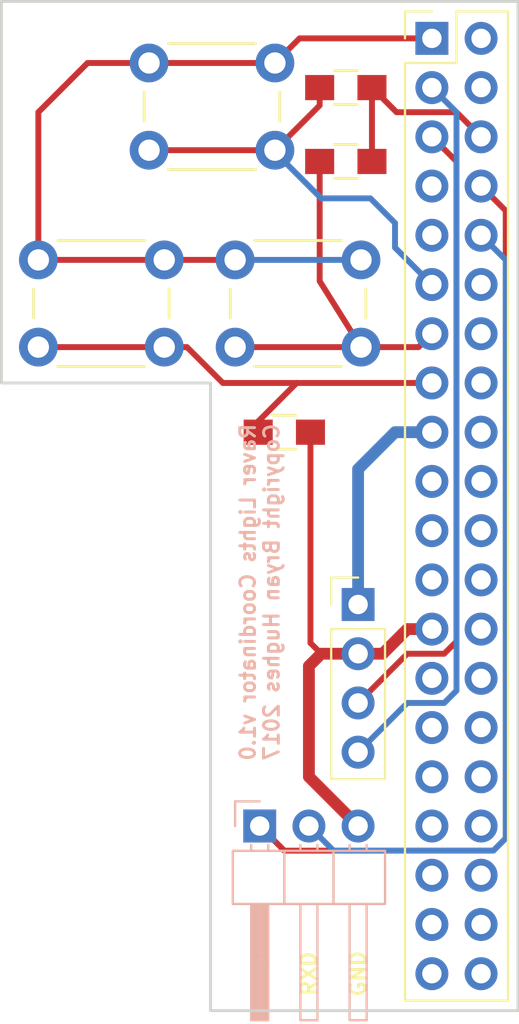
<source format=kicad_pcb>
(kicad_pcb (version 4) (host pcbnew 4.0.2-stable)

  (general
    (links 25)
    (no_connects 0)
    (area 181.509999 77.369999 217.126925 143.610001)
    (thickness 1.6)
    (drawings 21)
    (tracks 70)
    (zones 0)
    (modules 9)
    (nets 12)
  )

  (page A4)
  (layers
    (0 F.Cu signal)
    (31 B.Cu signal)
    (32 B.Adhes user)
    (33 F.Adhes user)
    (34 B.Paste user)
    (35 F.Paste user)
    (36 B.SilkS user)
    (37 F.SilkS user)
    (38 B.Mask user)
    (39 F.Mask user)
    (40 Dwgs.User user hide)
    (41 Cmts.User user)
    (42 Eco1.User user)
    (43 Eco2.User user)
    (44 Edge.Cuts user)
    (45 Margin user)
    (46 B.CrtYd user)
    (47 F.CrtYd user)
    (48 B.Fab user)
    (49 F.Fab user)
  )

  (setup
    (last_trace_width 0.6096)
    (user_trace_width 0.1524)
    (user_trace_width 0.3048)
    (user_trace_width 0.6096)
    (user_trace_width 1.2192)
    (trace_clearance 0.1524)
    (zone_clearance 0.508)
    (zone_45_only no)
    (trace_min 0.1524)
    (segment_width 0.2)
    (edge_width 0.15)
    (via_size 0.6858)
    (via_drill 0.3302)
    (via_min_size 0.6858)
    (via_min_drill 0.3302)
    (uvia_size 0.762)
    (uvia_drill 0.508)
    (uvias_allowed no)
    (uvia_min_size 0)
    (uvia_min_drill 0)
    (pcb_text_width 0.3)
    (pcb_text_size 1.5 1.5)
    (mod_edge_width 0.15)
    (mod_text_size 1 1)
    (mod_text_width 0.15)
    (pad_size 1.524 1.524)
    (pad_drill 0.762)
    (pad_to_mask_clearance 0.2)
    (aux_axis_origin 0 0)
    (visible_elements FFFFFF7F)
    (pcbplotparams
      (layerselection 0x00030_80000001)
      (usegerberextensions false)
      (excludeedgelayer true)
      (linewidth 0.100000)
      (plotframeref false)
      (viasonmask false)
      (mode 1)
      (useauxorigin false)
      (hpglpennumber 1)
      (hpglpenspeed 20)
      (hpglpendiameter 15)
      (hpglpenoverlay 2)
      (psnegative false)
      (psa4output false)
      (plotreference true)
      (plotvalue true)
      (plotinvisibletext false)
      (padsonsilk false)
      (subtractmaskfromsilk false)
      (outputformat 1)
      (mirror false)
      (drillshape 1)
      (scaleselection 1)
      (outputdirectory ""))
  )

  (net 0 "")
  (net 1 "Net-(P1-Pad1)")
  (net 2 "Net-(P1-Pad2)")
  (net 3 "Net-(P1-Pad3)")
  (net 4 "Net-(P1-Pad4)")
  (net 5 "Net-(P2-Pad1)")
  (net 6 "Net-(P2-Pad2)")
  (net 7 "Net-(P3-Pad11)")
  (net 8 "Net-(P3-Pad13)")
  (net 9 "Net-(P3-Pad15)")
  (net 10 "Net-(P3-Pad1)")
  (net 11 "Net-(P3-Pad6)")

  (net_class Default "This is the default net class."
    (clearance 0.1524)
    (trace_width 0.1524)
    (via_dia 0.6858)
    (via_drill 0.3302)
    (uvia_dia 0.762)
    (uvia_drill 0.508)
    (add_net "Net-(P1-Pad1)")
    (add_net "Net-(P1-Pad2)")
    (add_net "Net-(P1-Pad3)")
    (add_net "Net-(P1-Pad4)")
    (add_net "Net-(P2-Pad1)")
    (add_net "Net-(P2-Pad2)")
    (add_net "Net-(P3-Pad1)")
    (add_net "Net-(P3-Pad11)")
    (add_net "Net-(P3-Pad13)")
    (add_net "Net-(P3-Pad15)")
    (add_net "Net-(P3-Pad6)")
  )

  (module Pin_Headers:Pin_Header_Straight_1x04_Pitch2.54mm (layer F.Cu) (tedit 5875A1A8) (tstamp 58758E95)
    (at 207.01 115.57)
    (descr "Through hole straight pin header, 1x04, 2.54mm pitch, single row")
    (tags "Through hole pin header THT 1x04 2.54mm single row")
    (path /58675F6F)
    (fp_text reference P1 (at 0 -2.39) (layer F.SilkS) hide
      (effects (font (size 1 1) (thickness 0.15)))
    )
    (fp_text value LCD (at -27.94 -7.62) (layer F.Fab) hide
      (effects (font (size 1 1) (thickness 0.15)))
    )
    (fp_line (start -1.27 -1.27) (end -1.27 8.89) (layer F.Fab) (width 0.1))
    (fp_line (start -1.27 8.89) (end 1.27 8.89) (layer F.Fab) (width 0.1))
    (fp_line (start 1.27 8.89) (end 1.27 -1.27) (layer F.Fab) (width 0.1))
    (fp_line (start 1.27 -1.27) (end -1.27 -1.27) (layer F.Fab) (width 0.1))
    (fp_line (start -1.39 1.27) (end -1.39 9.01) (layer F.SilkS) (width 0.12))
    (fp_line (start -1.39 9.01) (end 1.39 9.01) (layer F.SilkS) (width 0.12))
    (fp_line (start 1.39 9.01) (end 1.39 1.27) (layer F.SilkS) (width 0.12))
    (fp_line (start 1.39 1.27) (end -1.39 1.27) (layer F.SilkS) (width 0.12))
    (fp_line (start -1.39 0) (end -1.39 -1.39) (layer F.SilkS) (width 0.12))
    (fp_line (start -1.39 -1.39) (end 0 -1.39) (layer F.SilkS) (width 0.12))
    (fp_line (start -1.6 -1.6) (end -1.6 9.2) (layer F.CrtYd) (width 0.05))
    (fp_line (start -1.6 9.2) (end 1.6 9.2) (layer F.CrtYd) (width 0.05))
    (fp_line (start 1.6 9.2) (end 1.6 -1.6) (layer F.CrtYd) (width 0.05))
    (fp_line (start 1.6 -1.6) (end -1.6 -1.6) (layer F.CrtYd) (width 0.05))
    (pad 1 thru_hole rect (at 0 0) (size 1.7 1.7) (drill 1) (layers *.Cu *.Mask)
      (net 1 "Net-(P1-Pad1)"))
    (pad 2 thru_hole oval (at 0 2.54) (size 1.7 1.7) (drill 1) (layers *.Cu *.Mask)
      (net 2 "Net-(P1-Pad2)"))
    (pad 3 thru_hole oval (at 0 5.08) (size 1.7 1.7) (drill 1) (layers *.Cu *.Mask)
      (net 3 "Net-(P1-Pad3)"))
    (pad 4 thru_hole oval (at 0 7.62) (size 1.7 1.7) (drill 1) (layers *.Cu *.Mask)
      (net 4 "Net-(P1-Pad4)"))
    (model Pin_Headers.3dshapes/Pin_Header_Straight_1x04_Pitch2.54mm.wrl
      (at (xyz 0 -0.15 0))
      (scale (xyz 1 1 1))
      (rotate (xyz 0 0 90))
    )
  )

  (module Pin_Headers:Pin_Header_Angled_1x03_Pitch2.54mm (layer B.Cu) (tedit 5875A1AE) (tstamp 58758EDF)
    (at 201.93 127 270)
    (descr "Through hole angled pin header, 1x03, 2.54mm pitch, 6mm pin length, single row")
    (tags "Through hole angled pin header THT 1x03 2.54mm single row")
    (path /58758969)
    (fp_text reference P2 (at -2.54 0 360) (layer B.SilkS) hide
      (effects (font (size 1 1) (thickness 0.15)) (justify mirror))
    )
    (fp_text value Serial (at -11.43 29.845 270) (layer B.Fab) hide
      (effects (font (size 1 1) (thickness 0.15)) (justify mirror))
    )
    (fp_line (start 1.4 1.27) (end 1.4 -1.27) (layer B.Fab) (width 0.1))
    (fp_line (start 1.4 -1.27) (end 3.9 -1.27) (layer B.Fab) (width 0.1))
    (fp_line (start 3.9 -1.27) (end 3.9 1.27) (layer B.Fab) (width 0.1))
    (fp_line (start 3.9 1.27) (end 1.4 1.27) (layer B.Fab) (width 0.1))
    (fp_line (start 0 0.32) (end 0 -0.32) (layer B.Fab) (width 0.1))
    (fp_line (start 0 -0.32) (end 9.9 -0.32) (layer B.Fab) (width 0.1))
    (fp_line (start 9.9 -0.32) (end 9.9 0.32) (layer B.Fab) (width 0.1))
    (fp_line (start 9.9 0.32) (end 0 0.32) (layer B.Fab) (width 0.1))
    (fp_line (start 1.4 -1.27) (end 1.4 -3.81) (layer B.Fab) (width 0.1))
    (fp_line (start 1.4 -3.81) (end 3.9 -3.81) (layer B.Fab) (width 0.1))
    (fp_line (start 3.9 -3.81) (end 3.9 -1.27) (layer B.Fab) (width 0.1))
    (fp_line (start 3.9 -1.27) (end 1.4 -1.27) (layer B.Fab) (width 0.1))
    (fp_line (start 0 -2.22) (end 0 -2.86) (layer B.Fab) (width 0.1))
    (fp_line (start 0 -2.86) (end 9.9 -2.86) (layer B.Fab) (width 0.1))
    (fp_line (start 9.9 -2.86) (end 9.9 -2.22) (layer B.Fab) (width 0.1))
    (fp_line (start 9.9 -2.22) (end 0 -2.22) (layer B.Fab) (width 0.1))
    (fp_line (start 1.4 -3.81) (end 1.4 -6.35) (layer B.Fab) (width 0.1))
    (fp_line (start 1.4 -6.35) (end 3.9 -6.35) (layer B.Fab) (width 0.1))
    (fp_line (start 3.9 -6.35) (end 3.9 -3.81) (layer B.Fab) (width 0.1))
    (fp_line (start 3.9 -3.81) (end 1.4 -3.81) (layer B.Fab) (width 0.1))
    (fp_line (start 0 -4.76) (end 0 -5.4) (layer B.Fab) (width 0.1))
    (fp_line (start 0 -5.4) (end 9.9 -5.4) (layer B.Fab) (width 0.1))
    (fp_line (start 9.9 -5.4) (end 9.9 -4.76) (layer B.Fab) (width 0.1))
    (fp_line (start 9.9 -4.76) (end 0 -4.76) (layer B.Fab) (width 0.1))
    (fp_line (start 1.28 1.39) (end 1.28 -1.27) (layer B.SilkS) (width 0.12))
    (fp_line (start 1.28 -1.27) (end 4.02 -1.27) (layer B.SilkS) (width 0.12))
    (fp_line (start 4.02 -1.27) (end 4.02 1.39) (layer B.SilkS) (width 0.12))
    (fp_line (start 4.02 1.39) (end 1.28 1.39) (layer B.SilkS) (width 0.12))
    (fp_line (start 4.02 0.44) (end 4.02 -0.44) (layer B.SilkS) (width 0.12))
    (fp_line (start 4.02 -0.44) (end 10.02 -0.44) (layer B.SilkS) (width 0.12))
    (fp_line (start 10.02 -0.44) (end 10.02 0.44) (layer B.SilkS) (width 0.12))
    (fp_line (start 10.02 0.44) (end 4.02 0.44) (layer B.SilkS) (width 0.12))
    (fp_line (start 0.97 0.44) (end 1.28 0.44) (layer B.SilkS) (width 0.12))
    (fp_line (start 0.97 -0.44) (end 1.28 -0.44) (layer B.SilkS) (width 0.12))
    (fp_line (start 4.02 0.32) (end 10.02 0.32) (layer B.SilkS) (width 0.12))
    (fp_line (start 4.02 0.2) (end 10.02 0.2) (layer B.SilkS) (width 0.12))
    (fp_line (start 4.02 0.08) (end 10.02 0.08) (layer B.SilkS) (width 0.12))
    (fp_line (start 4.02 -0.04) (end 10.02 -0.04) (layer B.SilkS) (width 0.12))
    (fp_line (start 4.02 -0.16) (end 10.02 -0.16) (layer B.SilkS) (width 0.12))
    (fp_line (start 4.02 -0.28) (end 10.02 -0.28) (layer B.SilkS) (width 0.12))
    (fp_line (start 4.02 -0.4) (end 10.02 -0.4) (layer B.SilkS) (width 0.12))
    (fp_line (start 1.28 -1.27) (end 1.28 -3.81) (layer B.SilkS) (width 0.12))
    (fp_line (start 1.28 -3.81) (end 4.02 -3.81) (layer B.SilkS) (width 0.12))
    (fp_line (start 4.02 -3.81) (end 4.02 -1.27) (layer B.SilkS) (width 0.12))
    (fp_line (start 4.02 -1.27) (end 1.28 -1.27) (layer B.SilkS) (width 0.12))
    (fp_line (start 4.02 -2.1) (end 4.02 -2.98) (layer B.SilkS) (width 0.12))
    (fp_line (start 4.02 -2.98) (end 10.02 -2.98) (layer B.SilkS) (width 0.12))
    (fp_line (start 10.02 -2.98) (end 10.02 -2.1) (layer B.SilkS) (width 0.12))
    (fp_line (start 10.02 -2.1) (end 4.02 -2.1) (layer B.SilkS) (width 0.12))
    (fp_line (start 0.97 -2.1) (end 1.28 -2.1) (layer B.SilkS) (width 0.12))
    (fp_line (start 0.97 -2.98) (end 1.28 -2.98) (layer B.SilkS) (width 0.12))
    (fp_line (start 1.28 -3.81) (end 1.28 -6.47) (layer B.SilkS) (width 0.12))
    (fp_line (start 1.28 -6.47) (end 4.02 -6.47) (layer B.SilkS) (width 0.12))
    (fp_line (start 4.02 -6.47) (end 4.02 -3.81) (layer B.SilkS) (width 0.12))
    (fp_line (start 4.02 -3.81) (end 1.28 -3.81) (layer B.SilkS) (width 0.12))
    (fp_line (start 4.02 -4.64) (end 4.02 -5.52) (layer B.SilkS) (width 0.12))
    (fp_line (start 4.02 -5.52) (end 10.02 -5.52) (layer B.SilkS) (width 0.12))
    (fp_line (start 10.02 -5.52) (end 10.02 -4.64) (layer B.SilkS) (width 0.12))
    (fp_line (start 10.02 -4.64) (end 4.02 -4.64) (layer B.SilkS) (width 0.12))
    (fp_line (start 0.97 -4.64) (end 1.28 -4.64) (layer B.SilkS) (width 0.12))
    (fp_line (start 0.97 -5.52) (end 1.28 -5.52) (layer B.SilkS) (width 0.12))
    (fp_line (start -1.27 0) (end -1.27 1.27) (layer B.SilkS) (width 0.12))
    (fp_line (start -1.27 1.27) (end 0 1.27) (layer B.SilkS) (width 0.12))
    (fp_line (start -1.6 1.6) (end -1.6 -6.6) (layer B.CrtYd) (width 0.05))
    (fp_line (start -1.6 -6.6) (end 10.2 -6.6) (layer B.CrtYd) (width 0.05))
    (fp_line (start 10.2 -6.6) (end 10.2 1.6) (layer B.CrtYd) (width 0.05))
    (fp_line (start 10.2 1.6) (end -1.6 1.6) (layer B.CrtYd) (width 0.05))
    (pad 1 thru_hole rect (at 0 0 270) (size 1.7 1.7) (drill 1) (layers *.Cu *.Mask)
      (net 5 "Net-(P2-Pad1)"))
    (pad 2 thru_hole oval (at 0 -2.54 270) (size 1.7 1.7) (drill 1) (layers *.Cu *.Mask)
      (net 6 "Net-(P2-Pad2)"))
    (pad 3 thru_hole oval (at 0 -5.08 270) (size 1.7 1.7) (drill 1) (layers *.Cu *.Mask)
      (net 2 "Net-(P1-Pad2)"))
    (model Pin_Headers.3dshapes/Pin_Header_Angled_1x03_Pitch2.54mm.wrl
      (at (xyz 0 -0.1 0))
      (scale (xyz 1 1 1))
      (rotate (xyz 0 0 90))
    )
  )

  (module Resistors_SMD:R_0805_HandSoldering (layer F.Cu) (tedit 5875A1A3) (tstamp 58758EEF)
    (at 203.2 106.68)
    (descr "Resistor SMD 0805, hand soldering")
    (tags "resistor 0805")
    (path /58675C54)
    (attr smd)
    (fp_text reference R1 (at 0 1.905) (layer F.SilkS) hide
      (effects (font (size 1 1) (thickness 0.15)))
    )
    (fp_text value 1k (at -22.86 -1.27) (layer F.Fab) hide
      (effects (font (size 1 1) (thickness 0.15)))
    )
    (fp_line (start -1 0.625) (end -1 -0.625) (layer F.Fab) (width 0.1))
    (fp_line (start 1 0.625) (end -1 0.625) (layer F.Fab) (width 0.1))
    (fp_line (start 1 -0.625) (end 1 0.625) (layer F.Fab) (width 0.1))
    (fp_line (start -1 -0.625) (end 1 -0.625) (layer F.Fab) (width 0.1))
    (fp_line (start -2.4 -1) (end 2.4 -1) (layer F.CrtYd) (width 0.05))
    (fp_line (start -2.4 1) (end 2.4 1) (layer F.CrtYd) (width 0.05))
    (fp_line (start -2.4 -1) (end -2.4 1) (layer F.CrtYd) (width 0.05))
    (fp_line (start 2.4 -1) (end 2.4 1) (layer F.CrtYd) (width 0.05))
    (fp_line (start 0.6 0.875) (end -0.6 0.875) (layer F.SilkS) (width 0.15))
    (fp_line (start -0.6 -0.875) (end 0.6 -0.875) (layer F.SilkS) (width 0.15))
    (pad 1 smd rect (at -1.35 0) (size 1.5 1.3) (layers F.Cu F.Paste F.Mask)
      (net 9 "Net-(P3-Pad15)"))
    (pad 2 smd rect (at 1.35 0) (size 1.5 1.3) (layers F.Cu F.Paste F.Mask)
      (net 2 "Net-(P1-Pad2)"))
    (model Resistors_SMD.3dshapes/R_0805_HandSoldering.wrl
      (at (xyz 0 0 0))
      (scale (xyz 1 1 1))
      (rotate (xyz 0 0 0))
    )
  )

  (module Resistors_SMD:R_0805_HandSoldering (layer F.Cu) (tedit 5875A192) (tstamp 58758EFF)
    (at 206.375 88.9)
    (descr "Resistor SMD 0805, hand soldering")
    (tags "resistor 0805")
    (path /58675C93)
    (attr smd)
    (fp_text reference R2 (at 0 -3.175) (layer F.SilkS) hide
      (effects (font (size 1 1) (thickness 0.15)))
    )
    (fp_text value 1k (at -29.845 5.715) (layer F.Fab) hide
      (effects (font (size 1 1) (thickness 0.15)))
    )
    (fp_line (start -1 0.625) (end -1 -0.625) (layer F.Fab) (width 0.1))
    (fp_line (start 1 0.625) (end -1 0.625) (layer F.Fab) (width 0.1))
    (fp_line (start 1 -0.625) (end 1 0.625) (layer F.Fab) (width 0.1))
    (fp_line (start -1 -0.625) (end 1 -0.625) (layer F.Fab) (width 0.1))
    (fp_line (start -2.4 -1) (end 2.4 -1) (layer F.CrtYd) (width 0.05))
    (fp_line (start -2.4 1) (end 2.4 1) (layer F.CrtYd) (width 0.05))
    (fp_line (start -2.4 -1) (end -2.4 1) (layer F.CrtYd) (width 0.05))
    (fp_line (start 2.4 -1) (end 2.4 1) (layer F.CrtYd) (width 0.05))
    (fp_line (start 0.6 0.875) (end -0.6 0.875) (layer F.SilkS) (width 0.15))
    (fp_line (start -0.6 -0.875) (end 0.6 -0.875) (layer F.SilkS) (width 0.15))
    (pad 1 smd rect (at -1.35 0) (size 1.5 1.3) (layers F.Cu F.Paste F.Mask)
      (net 7 "Net-(P3-Pad11)"))
    (pad 2 smd rect (at 1.35 0) (size 1.5 1.3) (layers F.Cu F.Paste F.Mask)
      (net 11 "Net-(P3-Pad6)"))
    (model Resistors_SMD.3dshapes/R_0805_HandSoldering.wrl
      (at (xyz 0 0 0))
      (scale (xyz 1 1 1))
      (rotate (xyz 0 0 0))
    )
  )

  (module Resistors_SMD:R_0805_HandSoldering (layer F.Cu) (tedit 5875A197) (tstamp 58758F0F)
    (at 206.375 92.71)
    (descr "Resistor SMD 0805, hand soldering")
    (tags "resistor 0805")
    (path /58675CC0)
    (attr smd)
    (fp_text reference R3 (at 0 -5.715) (layer F.SilkS) hide
      (effects (font (size 1 1) (thickness 0.15)))
    )
    (fp_text value 1k (at -29.845 3.81) (layer F.Fab) hide
      (effects (font (size 1 1) (thickness 0.15)))
    )
    (fp_line (start -1 0.625) (end -1 -0.625) (layer F.Fab) (width 0.1))
    (fp_line (start 1 0.625) (end -1 0.625) (layer F.Fab) (width 0.1))
    (fp_line (start 1 -0.625) (end 1 0.625) (layer F.Fab) (width 0.1))
    (fp_line (start -1 -0.625) (end 1 -0.625) (layer F.Fab) (width 0.1))
    (fp_line (start -2.4 -1) (end 2.4 -1) (layer F.CrtYd) (width 0.05))
    (fp_line (start -2.4 1) (end 2.4 1) (layer F.CrtYd) (width 0.05))
    (fp_line (start -2.4 -1) (end -2.4 1) (layer F.CrtYd) (width 0.05))
    (fp_line (start 2.4 -1) (end 2.4 1) (layer F.CrtYd) (width 0.05))
    (fp_line (start 0.6 0.875) (end -0.6 0.875) (layer F.SilkS) (width 0.15))
    (fp_line (start -0.6 -0.875) (end 0.6 -0.875) (layer F.SilkS) (width 0.15))
    (pad 1 smd rect (at -1.35 0) (size 1.5 1.3) (layers F.Cu F.Paste F.Mask)
      (net 8 "Net-(P3-Pad13)"))
    (pad 2 smd rect (at 1.35 0) (size 1.5 1.3) (layers F.Cu F.Paste F.Mask)
      (net 11 "Net-(P3-Pad6)"))
    (model Resistors_SMD.3dshapes/R_0805_HandSoldering.wrl
      (at (xyz 0 0 0))
      (scale (xyz 1 1 1))
      (rotate (xyz 0 0 0))
    )
  )

  (module Buttons_Switches_ThroughHole:SW_PUSH_6mm (layer F.Cu) (tedit 5875A19C) (tstamp 58758F2D)
    (at 190.5 97.79)
    (descr https://www.omron.com/ecb/products/pdf/en-b3f.pdf)
    (tags "tact sw push 6mm")
    (path /587594B8)
    (fp_text reference SW1 (at 3.25 -2) (layer F.SilkS) hide
      (effects (font (size 1 1) (thickness 0.15)))
    )
    (fp_text value SPST (at -10.16 3.175) (layer F.Fab) hide
      (effects (font (size 1 1) (thickness 0.15)))
    )
    (fp_line (start 3.25 -0.75) (end 6.25 -0.75) (layer F.Fab) (width 0.1))
    (fp_line (start 6.25 -0.75) (end 6.25 5.25) (layer F.Fab) (width 0.1))
    (fp_line (start 6.25 5.25) (end 0.25 5.25) (layer F.Fab) (width 0.1))
    (fp_line (start 0.25 5.25) (end 0.25 -0.75) (layer F.Fab) (width 0.1))
    (fp_line (start 0.25 -0.75) (end 3.25 -0.75) (layer F.Fab) (width 0.1))
    (fp_line (start 7.75 6) (end 8 6) (layer F.CrtYd) (width 0.05))
    (fp_line (start 8 6) (end 8 5.75) (layer F.CrtYd) (width 0.05))
    (fp_line (start 7.75 -1.5) (end 8 -1.5) (layer F.CrtYd) (width 0.05))
    (fp_line (start 8 -1.5) (end 8 -1.25) (layer F.CrtYd) (width 0.05))
    (fp_line (start -1.5 -1.25) (end -1.5 -1.5) (layer F.CrtYd) (width 0.05))
    (fp_line (start -1.5 -1.5) (end -1.25 -1.5) (layer F.CrtYd) (width 0.05))
    (fp_line (start -1.5 5.75) (end -1.5 6) (layer F.CrtYd) (width 0.05))
    (fp_line (start -1.5 6) (end -1.25 6) (layer F.CrtYd) (width 0.05))
    (fp_line (start -1.25 -1.5) (end 7.75 -1.5) (layer F.CrtYd) (width 0.05))
    (fp_line (start -1.5 5.75) (end -1.5 -1.25) (layer F.CrtYd) (width 0.05))
    (fp_line (start 7.75 6) (end -1.25 6) (layer F.CrtYd) (width 0.05))
    (fp_line (start 8 -1.25) (end 8 5.75) (layer F.CrtYd) (width 0.05))
    (fp_line (start 1 5.5) (end 5.5 5.5) (layer F.SilkS) (width 0.15))
    (fp_line (start -0.25 1.5) (end -0.25 3) (layer F.SilkS) (width 0.15))
    (fp_line (start 5.5 -1) (end 1 -1) (layer F.SilkS) (width 0.15))
    (fp_line (start 6.75 3) (end 6.75 1.5) (layer F.SilkS) (width 0.15))
    (fp_circle (center 3.25 2.25) (end 1.25 2.5) (layer F.Fab) (width 0.1))
    (pad 2 thru_hole circle (at 0 4.5 90) (size 2 2) (drill 1.1) (layers *.Cu *.Mask)
      (net 9 "Net-(P3-Pad15)"))
    (pad 1 thru_hole circle (at 0 0 90) (size 2 2) (drill 1.1) (layers *.Cu *.Mask)
      (net 10 "Net-(P3-Pad1)"))
    (pad 2 thru_hole circle (at 6.5 4.5 90) (size 2 2) (drill 1.1) (layers *.Cu *.Mask)
      (net 9 "Net-(P3-Pad15)"))
    (pad 1 thru_hole circle (at 6.5 0 90) (size 2 2) (drill 1.1) (layers *.Cu *.Mask)
      (net 10 "Net-(P3-Pad1)"))
    (model Buttons_Switches_ThroughHole.3dshapes/SW_PUSH_6mm.wrl
      (at (xyz 0.005 0 0))
      (scale (xyz 0.3937 0.3937 0.3937))
      (rotate (xyz 0 0 0))
    )
  )

  (module Buttons_Switches_ThroughHole:SW_PUSH_6mm (layer F.Cu) (tedit 5875A184) (tstamp 58758F4B)
    (at 196.215 87.63)
    (descr https://www.omron.com/ecb/products/pdf/en-b3f.pdf)
    (tags "tact sw push 6mm")
    (path /587595F9)
    (fp_text reference SW2 (at 3.175 1.905) (layer F.SilkS) hide
      (effects (font (size 1 1) (thickness 0.15)))
    )
    (fp_text value SPST (at -18.415 10.795) (layer F.Fab) hide
      (effects (font (size 1 1) (thickness 0.15)))
    )
    (fp_line (start 3.25 -0.75) (end 6.25 -0.75) (layer F.Fab) (width 0.1))
    (fp_line (start 6.25 -0.75) (end 6.25 5.25) (layer F.Fab) (width 0.1))
    (fp_line (start 6.25 5.25) (end 0.25 5.25) (layer F.Fab) (width 0.1))
    (fp_line (start 0.25 5.25) (end 0.25 -0.75) (layer F.Fab) (width 0.1))
    (fp_line (start 0.25 -0.75) (end 3.25 -0.75) (layer F.Fab) (width 0.1))
    (fp_line (start 7.75 6) (end 8 6) (layer F.CrtYd) (width 0.05))
    (fp_line (start 8 6) (end 8 5.75) (layer F.CrtYd) (width 0.05))
    (fp_line (start 7.75 -1.5) (end 8 -1.5) (layer F.CrtYd) (width 0.05))
    (fp_line (start 8 -1.5) (end 8 -1.25) (layer F.CrtYd) (width 0.05))
    (fp_line (start -1.5 -1.25) (end -1.5 -1.5) (layer F.CrtYd) (width 0.05))
    (fp_line (start -1.5 -1.5) (end -1.25 -1.5) (layer F.CrtYd) (width 0.05))
    (fp_line (start -1.5 5.75) (end -1.5 6) (layer F.CrtYd) (width 0.05))
    (fp_line (start -1.5 6) (end -1.25 6) (layer F.CrtYd) (width 0.05))
    (fp_line (start -1.25 -1.5) (end 7.75 -1.5) (layer F.CrtYd) (width 0.05))
    (fp_line (start -1.5 5.75) (end -1.5 -1.25) (layer F.CrtYd) (width 0.05))
    (fp_line (start 7.75 6) (end -1.25 6) (layer F.CrtYd) (width 0.05))
    (fp_line (start 8 -1.25) (end 8 5.75) (layer F.CrtYd) (width 0.05))
    (fp_line (start 1 5.5) (end 5.5 5.5) (layer F.SilkS) (width 0.15))
    (fp_line (start -0.25 1.5) (end -0.25 3) (layer F.SilkS) (width 0.15))
    (fp_line (start 5.5 -1) (end 1 -1) (layer F.SilkS) (width 0.15))
    (fp_line (start 6.75 3) (end 6.75 1.5) (layer F.SilkS) (width 0.15))
    (fp_circle (center 3.25 2.25) (end 1.25 2.5) (layer F.Fab) (width 0.1))
    (pad 2 thru_hole circle (at 0 4.5 90) (size 2 2) (drill 1.1) (layers *.Cu *.Mask)
      (net 7 "Net-(P3-Pad11)"))
    (pad 1 thru_hole circle (at 0 0 90) (size 2 2) (drill 1.1) (layers *.Cu *.Mask)
      (net 10 "Net-(P3-Pad1)"))
    (pad 2 thru_hole circle (at 6.5 4.5 90) (size 2 2) (drill 1.1) (layers *.Cu *.Mask)
      (net 7 "Net-(P3-Pad11)"))
    (pad 1 thru_hole circle (at 6.5 0 90) (size 2 2) (drill 1.1) (layers *.Cu *.Mask)
      (net 10 "Net-(P3-Pad1)"))
    (model Buttons_Switches_ThroughHole.3dshapes/SW_PUSH_6mm.wrl
      (at (xyz 0.005 0 0))
      (scale (xyz 0.3937 0.3937 0.3937))
      (rotate (xyz 0 0 0))
    )
  )

  (module Buttons_Switches_ThroughHole:SW_PUSH_6mm (layer F.Cu) (tedit 5875A18B) (tstamp 58758F69)
    (at 200.66 97.79)
    (descr https://www.omron.com/ecb/products/pdf/en-b3f.pdf)
    (tags "tact sw push 6mm")
    (path /58759632)
    (fp_text reference SW3 (at 3.25 -2) (layer F.SilkS) hide
      (effects (font (size 1 1) (thickness 0.15)))
    )
    (fp_text value SPST (at -20.32 5.08) (layer F.Fab) hide
      (effects (font (size 1 1) (thickness 0.15)))
    )
    (fp_line (start 3.25 -0.75) (end 6.25 -0.75) (layer F.Fab) (width 0.1))
    (fp_line (start 6.25 -0.75) (end 6.25 5.25) (layer F.Fab) (width 0.1))
    (fp_line (start 6.25 5.25) (end 0.25 5.25) (layer F.Fab) (width 0.1))
    (fp_line (start 0.25 5.25) (end 0.25 -0.75) (layer F.Fab) (width 0.1))
    (fp_line (start 0.25 -0.75) (end 3.25 -0.75) (layer F.Fab) (width 0.1))
    (fp_line (start 7.75 6) (end 8 6) (layer F.CrtYd) (width 0.05))
    (fp_line (start 8 6) (end 8 5.75) (layer F.CrtYd) (width 0.05))
    (fp_line (start 7.75 -1.5) (end 8 -1.5) (layer F.CrtYd) (width 0.05))
    (fp_line (start 8 -1.5) (end 8 -1.25) (layer F.CrtYd) (width 0.05))
    (fp_line (start -1.5 -1.25) (end -1.5 -1.5) (layer F.CrtYd) (width 0.05))
    (fp_line (start -1.5 -1.5) (end -1.25 -1.5) (layer F.CrtYd) (width 0.05))
    (fp_line (start -1.5 5.75) (end -1.5 6) (layer F.CrtYd) (width 0.05))
    (fp_line (start -1.5 6) (end -1.25 6) (layer F.CrtYd) (width 0.05))
    (fp_line (start -1.25 -1.5) (end 7.75 -1.5) (layer F.CrtYd) (width 0.05))
    (fp_line (start -1.5 5.75) (end -1.5 -1.25) (layer F.CrtYd) (width 0.05))
    (fp_line (start 7.75 6) (end -1.25 6) (layer F.CrtYd) (width 0.05))
    (fp_line (start 8 -1.25) (end 8 5.75) (layer F.CrtYd) (width 0.05))
    (fp_line (start 1 5.5) (end 5.5 5.5) (layer F.SilkS) (width 0.15))
    (fp_line (start -0.25 1.5) (end -0.25 3) (layer F.SilkS) (width 0.15))
    (fp_line (start 5.5 -1) (end 1 -1) (layer F.SilkS) (width 0.15))
    (fp_line (start 6.75 3) (end 6.75 1.5) (layer F.SilkS) (width 0.15))
    (fp_circle (center 3.25 2.25) (end 1.25 2.5) (layer F.Fab) (width 0.1))
    (pad 2 thru_hole circle (at 0 4.5 90) (size 2 2) (drill 1.1) (layers *.Cu *.Mask)
      (net 8 "Net-(P3-Pad13)"))
    (pad 1 thru_hole circle (at 0 0 90) (size 2 2) (drill 1.1) (layers *.Cu *.Mask)
      (net 10 "Net-(P3-Pad1)"))
    (pad 2 thru_hole circle (at 6.5 4.5 90) (size 2 2) (drill 1.1) (layers *.Cu *.Mask)
      (net 8 "Net-(P3-Pad13)"))
    (pad 1 thru_hole circle (at 6.5 0 90) (size 2 2) (drill 1.1) (layers *.Cu *.Mask)
      (net 10 "Net-(P3-Pad1)"))
    (model Buttons_Switches_ThroughHole.3dshapes/SW_PUSH_6mm.wrl
      (at (xyz 0.005 0 0))
      (scale (xyz 0.3937 0.3937 0.3937))
      (rotate (xyz 0 0 0))
    )
  )

  (module Pin_Headers:Pin_Header_Straight_2x20_Pitch2.54mm (layer F.Cu) (tedit 5875A04C) (tstamp 587591B6)
    (at 210.82 86.36)
    (descr "Through hole straight pin header, 2x20, 2.54mm pitch, double rows")
    (tags "Through hole pin header THT 2x20 2.54mm double row")
    (path /586759B9)
    (fp_text reference P3 (at 1.27 -2.39) (layer F.SilkS) hide
      (effects (font (size 1 1) (thickness 0.15)))
    )
    (fp_text value "Raspberry Pi" (at -36.83 26.035) (layer F.Fab) hide
      (effects (font (size 1 1) (thickness 0.15)))
    )
    (fp_line (start -1.27 -1.27) (end -1.27 49.53) (layer F.Fab) (width 0.1))
    (fp_line (start -1.27 49.53) (end 3.81 49.53) (layer F.Fab) (width 0.1))
    (fp_line (start 3.81 49.53) (end 3.81 -1.27) (layer F.Fab) (width 0.1))
    (fp_line (start 3.81 -1.27) (end -1.27 -1.27) (layer F.Fab) (width 0.1))
    (fp_line (start -1.39 1.27) (end -1.39 49.65) (layer F.SilkS) (width 0.12))
    (fp_line (start -1.39 49.65) (end 3.93 49.65) (layer F.SilkS) (width 0.12))
    (fp_line (start 3.93 49.65) (end 3.93 -1.39) (layer F.SilkS) (width 0.12))
    (fp_line (start 3.93 -1.39) (end 1.27 -1.39) (layer F.SilkS) (width 0.12))
    (fp_line (start 1.27 -1.39) (end 1.27 1.27) (layer F.SilkS) (width 0.12))
    (fp_line (start 1.27 1.27) (end -1.39 1.27) (layer F.SilkS) (width 0.12))
    (fp_line (start -1.39 0) (end -1.39 -1.39) (layer F.SilkS) (width 0.12))
    (fp_line (start -1.39 -1.39) (end 0 -1.39) (layer F.SilkS) (width 0.12))
    (fp_line (start -1.6 -1.6) (end -1.6 49.8) (layer F.CrtYd) (width 0.05))
    (fp_line (start -1.6 49.8) (end 4.1 49.8) (layer F.CrtYd) (width 0.05))
    (fp_line (start 4.1 49.8) (end 4.1 -1.6) (layer F.CrtYd) (width 0.05))
    (fp_line (start 4.1 -1.6) (end -1.6 -1.6) (layer F.CrtYd) (width 0.05))
    (pad 1 thru_hole rect (at 0 0) (size 1.7 1.7) (drill 1) (layers *.Cu *.Mask)
      (net 10 "Net-(P3-Pad1)"))
    (pad 2 thru_hole oval (at 2.54 0) (size 1.7 1.7) (drill 1) (layers *.Cu *.Mask))
    (pad 3 thru_hole oval (at 0 2.54) (size 1.7 1.7) (drill 1) (layers *.Cu *.Mask)
      (net 4 "Net-(P1-Pad4)"))
    (pad 4 thru_hole oval (at 2.54 2.54) (size 1.7 1.7) (drill 1) (layers *.Cu *.Mask))
    (pad 5 thru_hole oval (at 0 5.08) (size 1.7 1.7) (drill 1) (layers *.Cu *.Mask)
      (net 3 "Net-(P1-Pad3)"))
    (pad 6 thru_hole oval (at 2.54 5.08) (size 1.7 1.7) (drill 1) (layers *.Cu *.Mask)
      (net 11 "Net-(P3-Pad6)"))
    (pad 7 thru_hole oval (at 0 7.62) (size 1.7 1.7) (drill 1) (layers *.Cu *.Mask))
    (pad 8 thru_hole oval (at 2.54 7.62) (size 1.7 1.7) (drill 1) (layers *.Cu *.Mask)
      (net 5 "Net-(P2-Pad1)"))
    (pad 9 thru_hole oval (at 0 10.16) (size 1.7 1.7) (drill 1) (layers *.Cu *.Mask))
    (pad 10 thru_hole oval (at 2.54 10.16) (size 1.7 1.7) (drill 1) (layers *.Cu *.Mask)
      (net 6 "Net-(P2-Pad2)"))
    (pad 11 thru_hole oval (at 0 12.7) (size 1.7 1.7) (drill 1) (layers *.Cu *.Mask)
      (net 7 "Net-(P3-Pad11)"))
    (pad 12 thru_hole oval (at 2.54 12.7) (size 1.7 1.7) (drill 1) (layers *.Cu *.Mask))
    (pad 13 thru_hole oval (at 0 15.24) (size 1.7 1.7) (drill 1) (layers *.Cu *.Mask)
      (net 8 "Net-(P3-Pad13)"))
    (pad 14 thru_hole oval (at 2.54 15.24) (size 1.7 1.7) (drill 1) (layers *.Cu *.Mask))
    (pad 15 thru_hole oval (at 0 17.78) (size 1.7 1.7) (drill 1) (layers *.Cu *.Mask)
      (net 9 "Net-(P3-Pad15)"))
    (pad 16 thru_hole oval (at 2.54 17.78) (size 1.7 1.7) (drill 1) (layers *.Cu *.Mask))
    (pad 17 thru_hole oval (at 0 20.32) (size 1.7 1.7) (drill 1) (layers *.Cu *.Mask)
      (net 1 "Net-(P1-Pad1)"))
    (pad 18 thru_hole oval (at 2.54 20.32) (size 1.7 1.7) (drill 1) (layers *.Cu *.Mask))
    (pad 19 thru_hole oval (at 0 22.86) (size 1.7 1.7) (drill 1) (layers *.Cu *.Mask))
    (pad 20 thru_hole oval (at 2.54 22.86) (size 1.7 1.7) (drill 1) (layers *.Cu *.Mask))
    (pad 21 thru_hole oval (at 0 25.4) (size 1.7 1.7) (drill 1) (layers *.Cu *.Mask))
    (pad 22 thru_hole oval (at 2.54 25.4) (size 1.7 1.7) (drill 1) (layers *.Cu *.Mask))
    (pad 23 thru_hole oval (at 0 27.94) (size 1.7 1.7) (drill 1) (layers *.Cu *.Mask))
    (pad 24 thru_hole oval (at 2.54 27.94) (size 1.7 1.7) (drill 1) (layers *.Cu *.Mask))
    (pad 25 thru_hole oval (at 0 30.48) (size 1.7 1.7) (drill 1) (layers *.Cu *.Mask)
      (net 2 "Net-(P1-Pad2)"))
    (pad 26 thru_hole oval (at 2.54 30.48) (size 1.7 1.7) (drill 1) (layers *.Cu *.Mask))
    (pad 27 thru_hole oval (at 0 33.02) (size 1.7 1.7) (drill 1) (layers *.Cu *.Mask))
    (pad 28 thru_hole oval (at 2.54 33.02) (size 1.7 1.7) (drill 1) (layers *.Cu *.Mask))
    (pad 29 thru_hole oval (at 0 35.56) (size 1.7 1.7) (drill 1) (layers *.Cu *.Mask))
    (pad 30 thru_hole oval (at 2.54 35.56) (size 1.7 1.7) (drill 1) (layers *.Cu *.Mask))
    (pad 31 thru_hole oval (at 0 38.1) (size 1.7 1.7) (drill 1) (layers *.Cu *.Mask))
    (pad 32 thru_hole oval (at 2.54 38.1) (size 1.7 1.7) (drill 1) (layers *.Cu *.Mask))
    (pad 33 thru_hole oval (at 0 40.64) (size 1.7 1.7) (drill 1) (layers *.Cu *.Mask))
    (pad 34 thru_hole oval (at 2.54 40.64) (size 1.7 1.7) (drill 1) (layers *.Cu *.Mask))
    (pad 35 thru_hole oval (at 0 43.18) (size 1.7 1.7) (drill 1) (layers *.Cu *.Mask))
    (pad 36 thru_hole oval (at 2.54 43.18) (size 1.7 1.7) (drill 1) (layers *.Cu *.Mask))
    (pad 37 thru_hole oval (at 0 45.72) (size 1.7 1.7) (drill 1) (layers *.Cu *.Mask))
    (pad 38 thru_hole oval (at 2.54 45.72) (size 1.7 1.7) (drill 1) (layers *.Cu *.Mask))
    (pad 39 thru_hole oval (at 0 48.26) (size 1.7 1.7) (drill 1) (layers *.Cu *.Mask))
    (pad 40 thru_hole oval (at 2.54 48.26) (size 1.7 1.7) (drill 1) (layers *.Cu *.Mask))
    (model Pin_Headers.3dshapes/Pin_Header_Straight_2x20_Pitch2.54mm.wrl
      (at (xyz 0.05 -0.95 0))
      (scale (xyz 1 1 1))
      (rotate (xyz 0 0 90))
    )
  )

  (gr_text "Raver Lights Coordinator v1.0\nCopyright Bryan Hughes 2017" (at 201.93 114.935 90) (layer B.SilkS)
    (effects (font (size 0.762 0.762) (thickness 0.1524)) (justify mirror))
  )
  (gr_line (start 199.39 104.14) (end 199.39 136.525) (angle 90) (layer Edge.Cuts) (width 0.15))
  (gr_line (start 215.265 136.525) (end 199.39 136.525) (angle 90) (layer Edge.Cuts) (width 0.15))
  (gr_line (start 215.265 84.455) (end 215.265 136.525) (angle 90) (layer Edge.Cuts) (width 0.15))
  (gr_line (start 188.595 84.455) (end 215.265 84.455) (angle 90) (layer Edge.Cuts) (width 0.15))
  (gr_line (start 188.595 104.14) (end 188.595 84.455) (angle 90) (layer Edge.Cuts) (width 0.15))
  (gr_line (start 199.39 104.14) (end 188.595 104.14) (angle 90) (layer Edge.Cuts) (width 0.15))
  (gr_text RXD (at 204.47 134.62 90) (layer F.SilkS)
    (effects (font (size 0.762 0.762) (thickness 0.1524)))
  )
  (gr_text TXD (at 201.93 134.62 90) (layer F.SilkS)
    (effects (font (size 0.762 0.762) (thickness 0.1524)))
  )
  (gr_text GND (at 207.01 134.62 90) (layer F.SilkS)
    (effects (font (size 0.762 0.762) (thickness 0.1524)))
  )
  (gr_line (start 194.945 96.52) (end 186.69 96.52) (angle 90) (layer Dwgs.User) (width 0.2))
  (gr_line (start 194.945 85.09) (end 194.945 96.52) (angle 90) (layer Dwgs.User) (width 0.2))
  (gr_line (start 186.69 85.09) (end 194.945 85.09) (angle 90) (layer Dwgs.User) (width 0.2))
  (gr_line (start 181.61 106.045) (end 208.915 106.045) (angle 90) (layer Dwgs.User) (width 0.2))
  (gr_line (start 181.61 132.715) (end 181.61 106.045) (angle 90) (layer Dwgs.User) (width 0.2))
  (gr_line (start 208.915 132.715) (end 181.61 132.715) (angle 90) (layer Dwgs.User) (width 0.2))
  (gr_line (start 208.915 106.045) (end 208.915 132.715) (angle 90) (layer Dwgs.User) (width 0.2))
  (gr_line (start 186.69 77.47) (end 215.9 77.47) (angle 90) (layer Dwgs.User) (width 0.2))
  (gr_line (start 186.69 143.51) (end 186.69 77.47) (angle 90) (layer Dwgs.User) (width 0.2))
  (gr_line (start 215.9 143.51) (end 186.69 143.51) (angle 90) (layer Dwgs.User) (width 0.2))
  (gr_line (start 215.9 143.51) (end 215.9 77.47) (angle 90) (layer Dwgs.User) (width 0.2))

  (segment (start 210.82 106.68) (end 208.915 106.68) (width 0.6096) (layer B.Cu) (net 1))
  (segment (start 207.01 108.585) (end 207.01 115.57) (width 0.6096) (layer B.Cu) (net 1) (tstamp 587599E9) (status 20))
  (segment (start 208.915 106.68) (end 207.01 108.585) (width 0.6096) (layer B.Cu) (net 1) (tstamp 587599E5))
  (segment (start 207.01 118.11) (end 208.28 118.11) (width 0.6096) (layer F.Cu) (net 2))
  (segment (start 209.55 116.84) (end 210.82 116.84) (width 0.6096) (layer F.Cu) (net 2) (tstamp 58759F49))
  (segment (start 208.28 118.11) (end 209.55 116.84) (width 0.6096) (layer F.Cu) (net 2) (tstamp 58759F47))
  (segment (start 207.01 127) (end 204.47 124.46) (width 0.6096) (layer F.Cu) (net 2))
  (segment (start 204.47 118.745) (end 205.105 118.11) (width 0.6096) (layer F.Cu) (net 2) (tstamp 58759F0A))
  (segment (start 204.47 124.46) (end 204.47 118.745) (width 0.6096) (layer F.Cu) (net 2) (tstamp 58759F08))
  (segment (start 204.55 106.68) (end 204.55 117.555) (width 0.3048) (layer F.Cu) (net 2))
  (segment (start 204.55 117.555) (end 205.105 118.11) (width 0.3048) (layer F.Cu) (net 2) (tstamp 58759E3F))
  (segment (start 207.01 118.11) (end 206.375 118.11) (width 0.6096) (layer F.Cu) (net 2) (status 30))
  (segment (start 206.375 118.11) (end 205.105 118.11) (width 0.6096) (layer F.Cu) (net 2) (tstamp 58759B9A) (status 10))
  (segment (start 211.455 118.11) (end 209.55 118.11) (width 0.3048) (layer F.Cu) (net 3))
  (segment (start 212.09 92.71) (end 212.09 117.475) (width 0.3048) (layer F.Cu) (net 3) (tstamp 58759BC8))
  (segment (start 212.09 117.475) (end 211.455 118.11) (width 0.3048) (layer F.Cu) (net 3) (tstamp 58759BC9))
  (segment (start 210.82 91.44) (end 212.09 92.71) (width 0.3048) (layer F.Cu) (net 3))
  (segment (start 209.55 118.11) (end 207.01 120.65) (width 0.3048) (layer F.Cu) (net 3) (tstamp 58759F3B))
  (segment (start 207.01 120.65) (end 207.645 120.65) (width 0.3048) (layer B.Cu) (net 3) (status 30))
  (segment (start 207.01 123.19) (end 209.55 120.65) (width 0.3048) (layer B.Cu) (net 4))
  (segment (start 212.09 90.17) (end 212.09 120.015) (width 0.3048) (layer B.Cu) (net 4) (tstamp 587598F3))
  (segment (start 212.09 120.015) (end 211.455 120.65) (width 0.3048) (layer B.Cu) (net 4) (tstamp 587598F4))
  (segment (start 212.09 90.17) (end 210.82 88.9) (width 0.3048) (layer B.Cu) (net 4))
  (segment (start 209.55 120.65) (end 211.455 120.65) (width 0.3048) (layer B.Cu) (net 4) (tstamp 58759F28))
  (segment (start 213.995 128.27) (end 203.2 128.27) (width 0.3048) (layer F.Cu) (net 5))
  (segment (start 213.36 93.98) (end 214.63 95.25) (width 0.3048) (layer F.Cu) (net 5))
  (segment (start 214.63 127.635) (end 213.995 128.27) (width 0.3048) (layer F.Cu) (net 5) (tstamp 58759BE4))
  (segment (start 214.63 95.25) (end 214.63 127.635) (width 0.3048) (layer F.Cu) (net 5) (tstamp 58759BE2))
  (segment (start 203.2 128.27) (end 201.93 127) (width 0.3048) (layer F.Cu) (net 5) (tstamp 58759EAF))
  (segment (start 213.995 128.27) (end 205.74 128.27) (width 0.3048) (layer B.Cu) (net 6))
  (segment (start 214.63 97.79) (end 214.63 127.635) (width 0.3048) (layer B.Cu) (net 6) (tstamp 58759BF0))
  (segment (start 214.63 127.635) (end 213.995 128.27) (width 0.3048) (layer B.Cu) (net 6) (tstamp 58759BF2))
  (segment (start 213.36 96.52) (end 214.63 97.79) (width 0.3048) (layer B.Cu) (net 6))
  (segment (start 205.74 128.27) (end 204.47 127) (width 0.3048) (layer B.Cu) (net 6) (tstamp 58759EB6))
  (segment (start 205.025 88.9) (end 205.025 89.82) (width 0.3048) (layer F.Cu) (net 7))
  (segment (start 205.025 89.82) (end 202.715 92.13) (width 0.3048) (layer F.Cu) (net 7) (tstamp 58759D9D))
  (segment (start 202.715 92.13) (end 202.715 92.225) (width 0.3048) (layer B.Cu) (net 7))
  (segment (start 202.715 92.225) (end 205.105 94.615) (width 0.3048) (layer B.Cu) (net 7) (tstamp 58759D88))
  (segment (start 208.915 97.155) (end 210.82 99.06) (width 0.3048) (layer B.Cu) (net 7) (tstamp 58759D8F))
  (segment (start 208.915 95.885) (end 208.915 97.155) (width 0.3048) (layer B.Cu) (net 7) (tstamp 58759D8D))
  (segment (start 207.645 94.615) (end 208.915 95.885) (width 0.3048) (layer B.Cu) (net 7) (tstamp 58759D8B))
  (segment (start 205.105 94.615) (end 207.645 94.615) (width 0.3048) (layer B.Cu) (net 7) (tstamp 58759D89))
  (segment (start 202.715 92.13) (end 196.215 92.13) (width 0.3048) (layer F.Cu) (net 7) (status 30))
  (segment (start 202.715 92.13) (end 202.715 91.845) (width 0.3048) (layer F.Cu) (net 7) (status 30))
  (segment (start 207.16 102.29) (end 210.13 102.29) (width 0.3048) (layer F.Cu) (net 8))
  (segment (start 210.13 102.29) (end 210.82 101.6) (width 0.3048) (layer F.Cu) (net 8) (tstamp 58759E21))
  (segment (start 200.66 102.29) (end 207.16 102.29) (width 0.3048) (layer F.Cu) (net 8) (status 30))
  (segment (start 205.025 92.71) (end 205.025 98.885) (width 0.3048) (layer F.Cu) (net 8))
  (segment (start 205.025 98.885) (end 207.16 102.29) (width 0.3048) (layer F.Cu) (net 8) (tstamp 58759773) (status 20))
  (segment (start 201.85 106.68) (end 201.85 106.125) (width 0.3048) (layer F.Cu) (net 9))
  (segment (start 201.85 106.125) (end 203.835 104.14) (width 0.3048) (layer F.Cu) (net 9) (tstamp 58759E30))
  (segment (start 197 102.29) (end 198.175 102.29) (width 0.3048) (layer F.Cu) (net 9))
  (segment (start 200.025 104.14) (end 203.835 104.14) (width 0.3048) (layer F.Cu) (net 9) (tstamp 58759E2B))
  (segment (start 203.835 104.14) (end 210.82 104.14) (width 0.3048) (layer F.Cu) (net 9) (tstamp 58759E33))
  (segment (start 198.175 102.29) (end 200.025 104.14) (width 0.3048) (layer F.Cu) (net 9) (tstamp 58759E28))
  (segment (start 190.5 102.29) (end 197 102.29) (width 0.3048) (layer F.Cu) (net 9) (status 30))
  (segment (start 201.85 106.68) (end 201.295 106.68) (width 0.3048) (layer F.Cu) (net 9) (status 30))
  (segment (start 210.82 86.36) (end 203.985 86.36) (width 0.3048) (layer F.Cu) (net 10))
  (segment (start 203.985 86.36) (end 202.715 87.63) (width 0.3048) (layer F.Cu) (net 10) (tstamp 58759DAA))
  (segment (start 200.66 97.79) (end 207.16 97.79) (width 0.3048) (layer B.Cu) (net 10) (status 30))
  (segment (start 190.5 97.79) (end 197 97.79) (width 0.3048) (layer F.Cu) (net 10) (status 30))
  (segment (start 202.715 87.63) (end 196.215 87.63) (width 0.3048) (layer F.Cu) (net 10) (status 30))
  (segment (start 197 97.79) (end 200.66 97.79) (width 0.3048) (layer F.Cu) (net 10) (status 20))
  (segment (start 196.215 87.63) (end 193.04 87.63) (width 0.3048) (layer F.Cu) (net 10) (status 10))
  (segment (start 193.04 87.63) (end 190.5 90.17) (width 0.3048) (layer F.Cu) (net 10) (tstamp 587596E8))
  (segment (start 190.5 90.17) (end 190.5 97.79) (width 0.3048) (layer F.Cu) (net 10) (tstamp 587596ED) (status 20))
  (segment (start 207.725 88.9) (end 207.725 92.71) (width 0.3048) (layer F.Cu) (net 11))
  (segment (start 213.36 91.44) (end 212.09 90.17) (width 0.3048) (layer F.Cu) (net 11))
  (segment (start 208.995 90.17) (end 207.725 88.9) (width 0.3048) (layer F.Cu) (net 11) (tstamp 587596CC))
  (segment (start 212.09 90.17) (end 208.995 90.17) (width 0.3048) (layer F.Cu) (net 11) (tstamp 587596CB))

)

</source>
